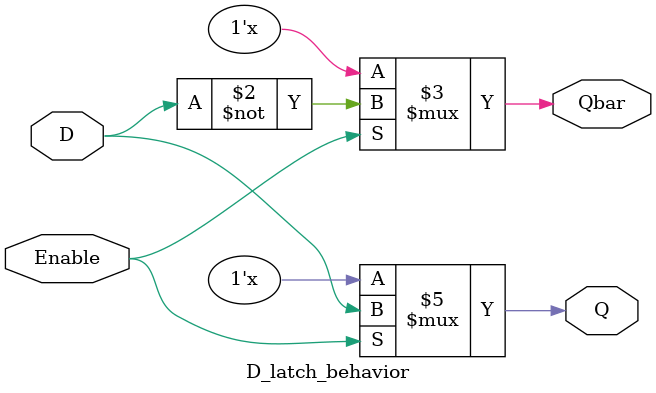
<source format=v>
`timescale 1ns / 1ps


module D_latch_behavior (input D, input Enable, output reg Q, output reg Qbar); 
always @ (D or Enable) 
	if(Enable) 
	begin 
		Q <= D; 
		Qbar <= ~D; 
	end 
endmodule 


</source>
